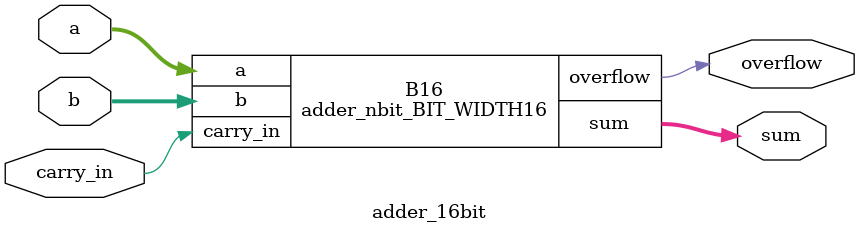
<source format=v>


module adder_1bit_15 ( a, b, carry_in, sum, carry_out );
  input a, b, carry_in;
  output sum, carry_out;
  wire   n1, n2;

  XOR2X1 U1 ( .A(carry_in), .B(n1), .Y(sum) );
  INVX1 U2 ( .A(n2), .Y(carry_out) );
  AOI22X1 U3 ( .A(b), .B(a), .C(n1), .D(carry_in), .Y(n2) );
  XOR2X1 U4 ( .A(a), .B(b), .Y(n1) );
endmodule


module adder_1bit_0 ( a, b, carry_in, sum, carry_out );
  input a, b, carry_in;
  output sum, carry_out;
  wire   n1, n2;

  XOR2X1 U1 ( .A(carry_in), .B(n1), .Y(sum) );
  INVX1 U2 ( .A(n2), .Y(carry_out) );
  AOI22X1 U3 ( .A(b), .B(a), .C(n1), .D(carry_in), .Y(n2) );
  XOR2X1 U4 ( .A(a), .B(b), .Y(n1) );
endmodule


module adder_1bit_1 ( a, b, carry_in, sum, carry_out );
  input a, b, carry_in;
  output sum, carry_out;
  wire   n1, n2;

  XOR2X1 U1 ( .A(carry_in), .B(n1), .Y(sum) );
  INVX1 U2 ( .A(n2), .Y(carry_out) );
  AOI22X1 U3 ( .A(b), .B(a), .C(n1), .D(carry_in), .Y(n2) );
  XOR2X1 U4 ( .A(a), .B(b), .Y(n1) );
endmodule


module adder_1bit_2 ( a, b, carry_in, sum, carry_out );
  input a, b, carry_in;
  output sum, carry_out;
  wire   n1, n2;

  XOR2X1 U1 ( .A(carry_in), .B(n1), .Y(sum) );
  INVX1 U2 ( .A(n2), .Y(carry_out) );
  AOI22X1 U3 ( .A(b), .B(a), .C(n1), .D(carry_in), .Y(n2) );
  XOR2X1 U4 ( .A(a), .B(b), .Y(n1) );
endmodule


module adder_1bit_3 ( a, b, carry_in, sum, carry_out );
  input a, b, carry_in;
  output sum, carry_out;
  wire   n1, n2;

  XOR2X1 U1 ( .A(carry_in), .B(n1), .Y(sum) );
  INVX1 U2 ( .A(n2), .Y(carry_out) );
  AOI22X1 U3 ( .A(b), .B(a), .C(n1), .D(carry_in), .Y(n2) );
  XOR2X1 U4 ( .A(a), .B(b), .Y(n1) );
endmodule


module adder_1bit_4 ( a, b, carry_in, sum, carry_out );
  input a, b, carry_in;
  output sum, carry_out;
  wire   n1, n2;

  XOR2X1 U1 ( .A(carry_in), .B(n1), .Y(sum) );
  INVX1 U2 ( .A(n2), .Y(carry_out) );
  AOI22X1 U3 ( .A(b), .B(a), .C(n1), .D(carry_in), .Y(n2) );
  XOR2X1 U4 ( .A(a), .B(b), .Y(n1) );
endmodule


module adder_1bit_5 ( a, b, carry_in, sum, carry_out );
  input a, b, carry_in;
  output sum, carry_out;
  wire   n1, n2;

  XOR2X1 U1 ( .A(carry_in), .B(n1), .Y(sum) );
  INVX1 U2 ( .A(n2), .Y(carry_out) );
  AOI22X1 U3 ( .A(b), .B(a), .C(n1), .D(carry_in), .Y(n2) );
  XOR2X1 U4 ( .A(a), .B(b), .Y(n1) );
endmodule


module adder_1bit_6 ( a, b, carry_in, sum, carry_out );
  input a, b, carry_in;
  output sum, carry_out;
  wire   n1, n2;

  XOR2X1 U1 ( .A(carry_in), .B(n1), .Y(sum) );
  INVX1 U2 ( .A(n2), .Y(carry_out) );
  AOI22X1 U3 ( .A(b), .B(a), .C(n1), .D(carry_in), .Y(n2) );
  XOR2X1 U4 ( .A(a), .B(b), .Y(n1) );
endmodule


module adder_1bit_7 ( a, b, carry_in, sum, carry_out );
  input a, b, carry_in;
  output sum, carry_out;
  wire   n1, n2;

  XOR2X1 U1 ( .A(carry_in), .B(n1), .Y(sum) );
  INVX1 U2 ( .A(n2), .Y(carry_out) );
  AOI22X1 U3 ( .A(b), .B(a), .C(n1), .D(carry_in), .Y(n2) );
  XOR2X1 U4 ( .A(a), .B(b), .Y(n1) );
endmodule


module adder_1bit_8 ( a, b, carry_in, sum, carry_out );
  input a, b, carry_in;
  output sum, carry_out;
  wire   n1, n2;

  XOR2X1 U1 ( .A(carry_in), .B(n1), .Y(sum) );
  INVX1 U2 ( .A(n2), .Y(carry_out) );
  AOI22X1 U3 ( .A(b), .B(a), .C(n1), .D(carry_in), .Y(n2) );
  XOR2X1 U4 ( .A(a), .B(b), .Y(n1) );
endmodule


module adder_1bit_9 ( a, b, carry_in, sum, carry_out );
  input a, b, carry_in;
  output sum, carry_out;
  wire   n1, n2;

  XOR2X1 U1 ( .A(carry_in), .B(n1), .Y(sum) );
  INVX1 U2 ( .A(n2), .Y(carry_out) );
  AOI22X1 U3 ( .A(b), .B(a), .C(n1), .D(carry_in), .Y(n2) );
  XOR2X1 U4 ( .A(a), .B(b), .Y(n1) );
endmodule


module adder_1bit_10 ( a, b, carry_in, sum, carry_out );
  input a, b, carry_in;
  output sum, carry_out;
  wire   n1, n2;

  XOR2X1 U1 ( .A(carry_in), .B(n1), .Y(sum) );
  INVX1 U2 ( .A(n2), .Y(carry_out) );
  AOI22X1 U3 ( .A(b), .B(a), .C(n1), .D(carry_in), .Y(n2) );
  XOR2X1 U4 ( .A(a), .B(b), .Y(n1) );
endmodule


module adder_1bit_11 ( a, b, carry_in, sum, carry_out );
  input a, b, carry_in;
  output sum, carry_out;
  wire   n1, n2;

  XOR2X1 U1 ( .A(carry_in), .B(n1), .Y(sum) );
  INVX1 U2 ( .A(n2), .Y(carry_out) );
  AOI22X1 U3 ( .A(b), .B(a), .C(n1), .D(carry_in), .Y(n2) );
  XOR2X1 U4 ( .A(a), .B(b), .Y(n1) );
endmodule


module adder_1bit_12 ( a, b, carry_in, sum, carry_out );
  input a, b, carry_in;
  output sum, carry_out;
  wire   n1, n2;

  XOR2X1 U1 ( .A(carry_in), .B(n1), .Y(sum) );
  INVX1 U2 ( .A(n2), .Y(carry_out) );
  AOI22X1 U3 ( .A(b), .B(a), .C(n1), .D(carry_in), .Y(n2) );
  XOR2X1 U4 ( .A(a), .B(b), .Y(n1) );
endmodule


module adder_1bit_13 ( a, b, carry_in, sum, carry_out );
  input a, b, carry_in;
  output sum, carry_out;
  wire   n1, n2;

  XOR2X1 U1 ( .A(carry_in), .B(n1), .Y(sum) );
  INVX1 U2 ( .A(n2), .Y(carry_out) );
  AOI22X1 U3 ( .A(b), .B(a), .C(n1), .D(carry_in), .Y(n2) );
  XOR2X1 U4 ( .A(a), .B(b), .Y(n1) );
endmodule


module adder_1bit_14 ( a, b, carry_in, sum, carry_out );
  input a, b, carry_in;
  output sum, carry_out;
  wire   n1, n2;

  XOR2X1 U1 ( .A(carry_in), .B(n1), .Y(sum) );
  INVX1 U2 ( .A(n2), .Y(carry_out) );
  AOI22X1 U3 ( .A(b), .B(a), .C(n1), .D(carry_in), .Y(n2) );
  XOR2X1 U4 ( .A(a), .B(b), .Y(n1) );
endmodule


module adder_nbit_BIT_WIDTH16 ( a, b, carry_in, sum, overflow );
  input [15:0] a;
  input [15:0] b;
  output [15:0] sum;
  input carry_in;
  output overflow;

  wire   [15:1] carrys;

  adder_1bit_15 \genblk1[0].IX  ( .a(a[0]), .b(b[0]), .carry_in(carry_in), 
        .sum(sum[0]), .carry_out(carrys[1]) );
  adder_1bit_14 \genblk1[1].IX  ( .a(a[1]), .b(b[1]), .carry_in(carrys[1]), 
        .sum(sum[1]), .carry_out(carrys[2]) );
  adder_1bit_13 \genblk1[2].IX  ( .a(a[2]), .b(b[2]), .carry_in(carrys[2]), 
        .sum(sum[2]), .carry_out(carrys[3]) );
  adder_1bit_12 \genblk1[3].IX  ( .a(a[3]), .b(b[3]), .carry_in(carrys[3]), 
        .sum(sum[3]), .carry_out(carrys[4]) );
  adder_1bit_11 \genblk1[4].IX  ( .a(a[4]), .b(b[4]), .carry_in(carrys[4]), 
        .sum(sum[4]), .carry_out(carrys[5]) );
  adder_1bit_10 \genblk1[5].IX  ( .a(a[5]), .b(b[5]), .carry_in(carrys[5]), 
        .sum(sum[5]), .carry_out(carrys[6]) );
  adder_1bit_9 \genblk1[6].IX  ( .a(a[6]), .b(b[6]), .carry_in(carrys[6]), 
        .sum(sum[6]), .carry_out(carrys[7]) );
  adder_1bit_8 \genblk1[7].IX  ( .a(a[7]), .b(b[7]), .carry_in(carrys[7]), 
        .sum(sum[7]), .carry_out(carrys[8]) );
  adder_1bit_7 \genblk1[8].IX  ( .a(a[8]), .b(b[8]), .carry_in(carrys[8]), 
        .sum(sum[8]), .carry_out(carrys[9]) );
  adder_1bit_6 \genblk1[9].IX  ( .a(a[9]), .b(b[9]), .carry_in(carrys[9]), 
        .sum(sum[9]), .carry_out(carrys[10]) );
  adder_1bit_5 \genblk1[10].IX  ( .a(a[10]), .b(b[10]), .carry_in(carrys[10]), 
        .sum(sum[10]), .carry_out(carrys[11]) );
  adder_1bit_4 \genblk1[11].IX  ( .a(a[11]), .b(b[11]), .carry_in(carrys[11]), 
        .sum(sum[11]), .carry_out(carrys[12]) );
  adder_1bit_3 \genblk1[12].IX  ( .a(a[12]), .b(b[12]), .carry_in(carrys[12]), 
        .sum(sum[12]), .carry_out(carrys[13]) );
  adder_1bit_2 \genblk1[13].IX  ( .a(a[13]), .b(b[13]), .carry_in(carrys[13]), 
        .sum(sum[13]), .carry_out(carrys[14]) );
  adder_1bit_1 \genblk1[14].IX  ( .a(a[14]), .b(b[14]), .carry_in(carrys[14]), 
        .sum(sum[14]), .carry_out(carrys[15]) );
  adder_1bit_0 \genblk1[15].IX  ( .a(a[15]), .b(b[15]), .carry_in(carrys[15]), 
        .sum(sum[15]), .carry_out(overflow) );
endmodule


module adder_16bit ( a, b, carry_in, sum, overflow );
  input [15:0] a;
  input [15:0] b;
  output [15:0] sum;
  input carry_in;
  output overflow;


  adder_nbit_BIT_WIDTH16 B16 ( .a(a), .b(b), .carry_in(carry_in), .sum(sum), 
        .overflow(overflow) );
endmodule


</source>
